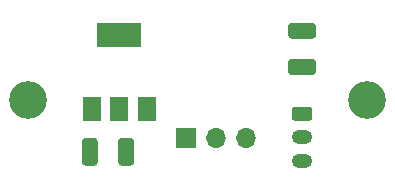
<source format=gts>
G04 #@! TF.GenerationSoftware,KiCad,Pcbnew,(5.1.10)-1*
G04 #@! TF.CreationDate,2022-09-19T19:11:14+01:00*
G04 #@! TF.ProjectId,12v_servo_driver,3132765f-7365-4727-966f-5f6472697665,rev?*
G04 #@! TF.SameCoordinates,Original*
G04 #@! TF.FileFunction,Soldermask,Top*
G04 #@! TF.FilePolarity,Negative*
%FSLAX46Y46*%
G04 Gerber Fmt 4.6, Leading zero omitted, Abs format (unit mm)*
G04 Created by KiCad (PCBNEW (5.1.10)-1) date 2022-09-19 19:11:14*
%MOMM*%
%LPD*%
G01*
G04 APERTURE LIST*
%ADD10R,1.700000X1.700000*%
%ADD11O,1.700000X1.700000*%
%ADD12C,3.200000*%
%ADD13O,1.750000X1.200000*%
%ADD14R,3.800000X2.000000*%
%ADD15R,1.500000X2.000000*%
G04 APERTURE END LIST*
D10*
X151409400Y-114350800D03*
D11*
X153949400Y-114350800D03*
X156489400Y-114350800D03*
G36*
G01*
X143918500Y-114594199D02*
X143918500Y-116444201D01*
G75*
G02*
X143668501Y-116694200I-249999J0D01*
G01*
X142843499Y-116694200D01*
G75*
G02*
X142593500Y-116444201I0J249999D01*
G01*
X142593500Y-114594199D01*
G75*
G02*
X142843499Y-114344200I249999J0D01*
G01*
X143668501Y-114344200D01*
G75*
G02*
X143918500Y-114594199I0J-249999D01*
G01*
G37*
G36*
G01*
X146993500Y-114594199D02*
X146993500Y-116444201D01*
G75*
G02*
X146743501Y-116694200I-249999J0D01*
G01*
X145918499Y-116694200D01*
G75*
G02*
X145668500Y-116444201I0J249999D01*
G01*
X145668500Y-114594199D01*
G75*
G02*
X145918499Y-114344200I249999J0D01*
G01*
X146743501Y-114344200D01*
G75*
G02*
X146993500Y-114594199I0J-249999D01*
G01*
G37*
D12*
X166751000Y-111125000D03*
X138049000Y-111125000D03*
G36*
G01*
X162151501Y-109007000D02*
X160301499Y-109007000D01*
G75*
G02*
X160051500Y-108757001I0J249999D01*
G01*
X160051500Y-107931999D01*
G75*
G02*
X160301499Y-107682000I249999J0D01*
G01*
X162151501Y-107682000D01*
G75*
G02*
X162401500Y-107931999I0J-249999D01*
G01*
X162401500Y-108757001D01*
G75*
G02*
X162151501Y-109007000I-249999J0D01*
G01*
G37*
G36*
G01*
X162151501Y-105932000D02*
X160301499Y-105932000D01*
G75*
G02*
X160051500Y-105682001I0J249999D01*
G01*
X160051500Y-104856999D01*
G75*
G02*
X160301499Y-104607000I249999J0D01*
G01*
X162151501Y-104607000D01*
G75*
G02*
X162401500Y-104856999I0J-249999D01*
G01*
X162401500Y-105682001D01*
G75*
G02*
X162151501Y-105932000I-249999J0D01*
G01*
G37*
G36*
G01*
X160601499Y-111706100D02*
X161851501Y-111706100D01*
G75*
G02*
X162101500Y-111956099I0J-249999D01*
G01*
X162101500Y-112656101D01*
G75*
G02*
X161851501Y-112906100I-249999J0D01*
G01*
X160601499Y-112906100D01*
G75*
G02*
X160351500Y-112656101I0J249999D01*
G01*
X160351500Y-111956099D01*
G75*
G02*
X160601499Y-111706100I249999J0D01*
G01*
G37*
D13*
X161226500Y-114306100D03*
X161226500Y-116306100D03*
D14*
X145757900Y-105638600D03*
D15*
X145757900Y-111938600D03*
X148057900Y-111938600D03*
X143457900Y-111938600D03*
M02*

</source>
